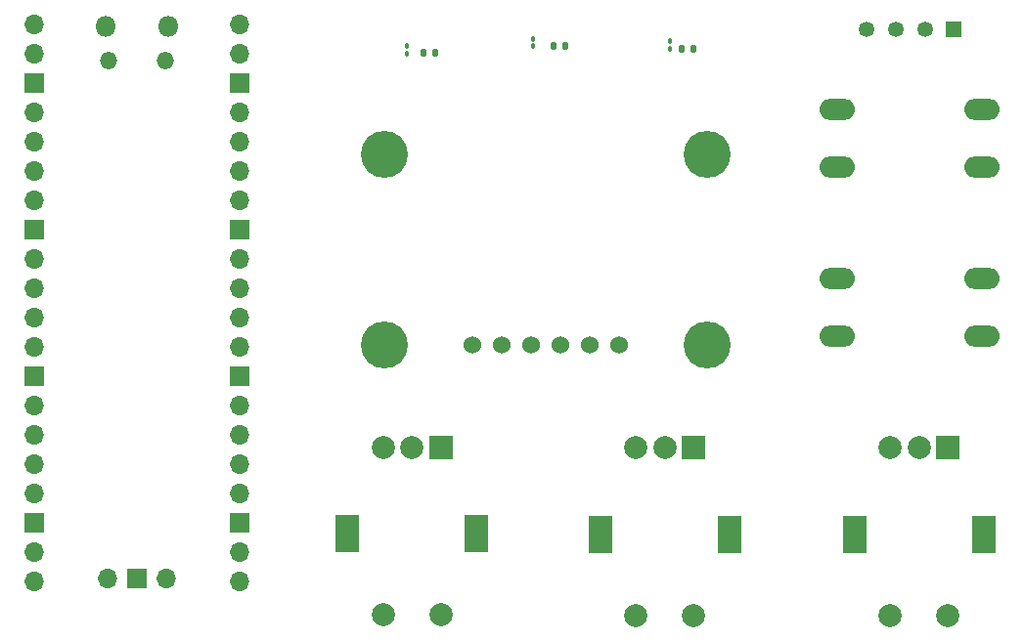
<source format=gbr>
%TF.GenerationSoftware,KiCad,Pcbnew,(6.0.7-1)-1*%
%TF.CreationDate,2022-09-01T12:29:15-04:00*%
%TF.ProjectId,pico-color-picker,7069636f-2d63-46f6-9c6f-722d7069636b,rev?*%
%TF.SameCoordinates,Original*%
%TF.FileFunction,Soldermask,Bot*%
%TF.FilePolarity,Negative*%
%FSLAX46Y46*%
G04 Gerber Fmt 4.6, Leading zero omitted, Abs format (unit mm)*
G04 Created by KiCad (PCBNEW (6.0.7-1)-1) date 2022-09-01 12:29:15*
%MOMM*%
%LPD*%
G01*
G04 APERTURE LIST*
G04 Aperture macros list*
%AMRoundRect*
0 Rectangle with rounded corners*
0 $1 Rounding radius*
0 $2 $3 $4 $5 $6 $7 $8 $9 X,Y pos of 4 corners*
0 Add a 4 corners polygon primitive as box body*
4,1,4,$2,$3,$4,$5,$6,$7,$8,$9,$2,$3,0*
0 Add four circle primitives for the rounded corners*
1,1,$1+$1,$2,$3*
1,1,$1+$1,$4,$5*
1,1,$1+$1,$6,$7*
1,1,$1+$1,$8,$9*
0 Add four rect primitives between the rounded corners*
20,1,$1+$1,$2,$3,$4,$5,0*
20,1,$1+$1,$4,$5,$6,$7,0*
20,1,$1+$1,$6,$7,$8,$9,0*
20,1,$1+$1,$8,$9,$2,$3,0*%
G04 Aperture macros list end*
%ADD10R,2.000000X2.000000*%
%ADD11C,2.000000*%
%ADD12R,2.000000X3.200000*%
%ADD13C,1.524000*%
%ADD14C,4.064000*%
%ADD15R,1.350000X1.350000*%
%ADD16C,1.350000*%
%ADD17O,3.048000X1.850000*%
%ADD18O,1.500000X1.500000*%
%ADD19O,1.800000X1.800000*%
%ADD20O,1.700000X1.700000*%
%ADD21R,1.700000X1.700000*%
%ADD22RoundRect,0.100000X-0.100000X0.130000X-0.100000X-0.130000X0.100000X-0.130000X0.100000X0.130000X0*%
%ADD23RoundRect,0.135000X0.135000X0.185000X-0.135000X0.185000X-0.135000X-0.185000X0.135000X-0.185000X0*%
G04 APERTURE END LIST*
D10*
%TO.C,SW3*%
X119000000Y-103550000D03*
D11*
X114000000Y-103550000D03*
X116500000Y-103550000D03*
D12*
X122100000Y-111050000D03*
X110900000Y-111050000D03*
D11*
X114000000Y-118050000D03*
X119000000Y-118050000D03*
%TD*%
D10*
%TO.C,SW1*%
X162900000Y-103600000D03*
D11*
X157900000Y-103600000D03*
X160400000Y-103600000D03*
D12*
X166000000Y-111100000D03*
X154800000Y-111100000D03*
D11*
X157900000Y-118100000D03*
X162900000Y-118100000D03*
%TD*%
D13*
%TO.C,U2*%
X121750000Y-94655000D03*
X124290000Y-94655000D03*
X126830000Y-94655000D03*
X129370000Y-94655000D03*
X131910000Y-94655000D03*
X134450000Y-94655000D03*
D14*
X114130000Y-78145000D03*
X142070000Y-78145000D03*
X114130000Y-94655000D03*
X142070000Y-94655000D03*
%TD*%
D15*
%TO.C,J1*%
X163400000Y-67300000D03*
D16*
X160900000Y-67300000D03*
X158400000Y-67300000D03*
X155900000Y-67300000D03*
%TD*%
D10*
%TO.C,SW2*%
X140900000Y-103600000D03*
D11*
X135900000Y-103600000D03*
X138400000Y-103600000D03*
D12*
X144000000Y-111100000D03*
X132800000Y-111100000D03*
D11*
X135900000Y-118100000D03*
X140900000Y-118100000D03*
%TD*%
D17*
%TO.C,SW4*%
X165860000Y-88900000D03*
X153360000Y-88900000D03*
X153360000Y-93900000D03*
X165860000Y-93900000D03*
%TD*%
D18*
%TO.C,U1*%
X90270000Y-70085000D03*
D19*
X95420000Y-67055000D03*
X89970000Y-67055000D03*
D18*
X95120000Y-70085000D03*
D20*
X83805000Y-66925000D03*
X83805000Y-69465000D03*
D21*
X83805000Y-72005000D03*
D20*
X83805000Y-74545000D03*
X83805000Y-77085000D03*
X83805000Y-79625000D03*
X83805000Y-82165000D03*
D21*
X83805000Y-84705000D03*
D20*
X83805000Y-87245000D03*
X83805000Y-89785000D03*
X83805000Y-92325000D03*
X83805000Y-94865000D03*
D21*
X83805000Y-97405000D03*
D20*
X83805000Y-99945000D03*
X83805000Y-102485000D03*
X83805000Y-105025000D03*
X83805000Y-107565000D03*
D21*
X83805000Y-110105000D03*
D20*
X83805000Y-112645000D03*
X83805000Y-115185000D03*
X101585000Y-115185000D03*
X101585000Y-112645000D03*
D21*
X101585000Y-110105000D03*
D20*
X101585000Y-107565000D03*
X101585000Y-105025000D03*
X101585000Y-102485000D03*
X101585000Y-99945000D03*
D21*
X101585000Y-97405000D03*
D20*
X101585000Y-94865000D03*
X101585000Y-92325000D03*
X101585000Y-89785000D03*
X101585000Y-87245000D03*
D21*
X101585000Y-84705000D03*
D20*
X101585000Y-82165000D03*
X101585000Y-79625000D03*
X101585000Y-77085000D03*
X101585000Y-74545000D03*
D21*
X101585000Y-72005000D03*
D20*
X101585000Y-69465000D03*
X101585000Y-66925000D03*
X90155000Y-114955000D03*
D21*
X92695000Y-114955000D03*
D20*
X95235000Y-114955000D03*
%TD*%
D17*
%TO.C,SW5*%
X165860000Y-74300000D03*
X153360000Y-74300000D03*
X153360000Y-79300000D03*
X165860000Y-79300000D03*
%TD*%
D22*
%TO.C,C3*%
X116100000Y-68780000D03*
X116100000Y-69420000D03*
%TD*%
%TO.C,C1*%
X138800000Y-68380000D03*
X138800000Y-69020000D03*
%TD*%
D23*
%TO.C,R1*%
X140910000Y-69000000D03*
X139890000Y-69000000D03*
%TD*%
%TO.C,R2*%
X129810000Y-68800000D03*
X128790000Y-68800000D03*
%TD*%
%TO.C,R3*%
X118510000Y-69400000D03*
X117490000Y-69400000D03*
%TD*%
D22*
%TO.C,C2*%
X127000000Y-68180000D03*
X127000000Y-68820000D03*
%TD*%
M02*

</source>
